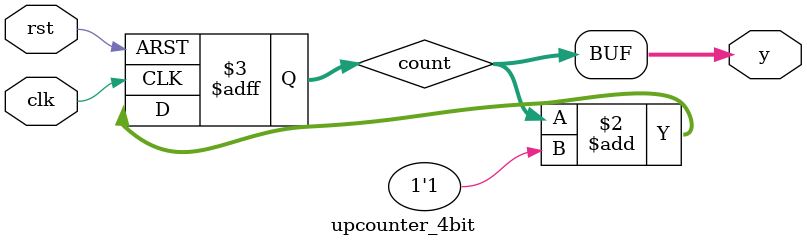
<source format=v>
`timescale 1ns / 1ps


module upcounter_4bit(
    output [3:0] y,
    input clk,
    input rst
    );
    reg [3:0]count;
    always @(posedge clk or posedge rst) begin
        if(rst) begin count<=4'b0000; end
        else begin
            count<=count+1'b1;
            end
            
     end
     assign y=count;
     
endmodule

</source>
